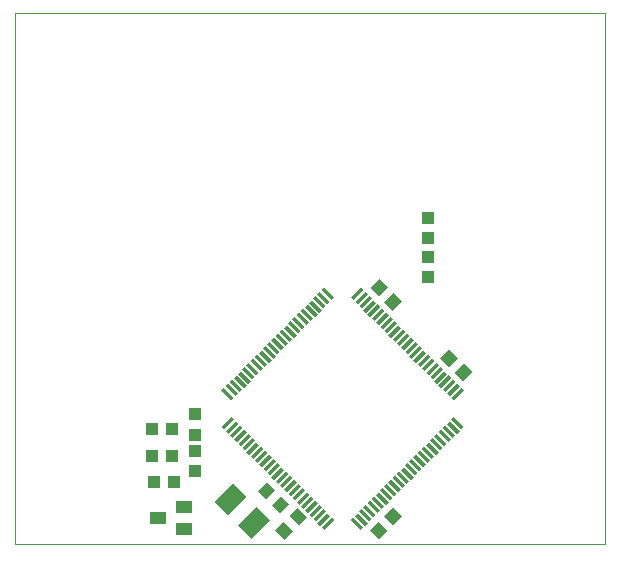
<source format=gbp>
G75*
%MOIN*%
%OFA0B0*%
%FSLAX25Y25*%
%IPPOS*%
%LPD*%
%AMOC8*
5,1,8,0,0,1.08239X$1,22.5*
%
%ADD10C,0.00000*%
%ADD11R,0.03937X0.04331*%
%ADD12R,0.04331X0.03937*%
%ADD13R,0.06299X0.08661*%
%ADD14R,0.04724X0.01260*%
%ADD15R,0.01260X0.04724*%
%ADD16R,0.05512X0.03937*%
D10*
X0008340Y0016382D02*
X0008340Y0193548D01*
X0205190Y0193548D01*
X0205190Y0016382D01*
X0008340Y0016382D01*
D11*
X0054600Y0037052D03*
X0061293Y0037052D03*
X0060899Y0045910D03*
X0054206Y0045910D03*
X0054206Y0054768D03*
X0060899Y0054768D03*
G36*
X0092347Y0037222D02*
X0095130Y0034439D01*
X0092069Y0031378D01*
X0089286Y0034161D01*
X0092347Y0037222D01*
G37*
G36*
X0097080Y0032489D02*
X0099863Y0029706D01*
X0096802Y0026645D01*
X0094019Y0029428D01*
X0097080Y0032489D01*
G37*
G36*
X0105740Y0025514D02*
X0102957Y0022731D01*
X0099896Y0025792D01*
X0102679Y0028575D01*
X0105740Y0025514D01*
G37*
G36*
X0101008Y0020781D02*
X0098225Y0017998D01*
X0095164Y0021059D01*
X0097947Y0023842D01*
X0101008Y0020781D01*
G37*
G36*
X0126765Y0021178D02*
X0129548Y0023961D01*
X0132609Y0020900D01*
X0129826Y0018117D01*
X0126765Y0021178D01*
G37*
G36*
X0131498Y0025911D02*
X0134281Y0028694D01*
X0137342Y0025633D01*
X0134559Y0022850D01*
X0131498Y0025911D01*
G37*
G36*
X0157692Y0070845D02*
X0154909Y0073628D01*
X0157970Y0076689D01*
X0160753Y0073906D01*
X0157692Y0070845D01*
G37*
G36*
X0152959Y0075578D02*
X0150176Y0078361D01*
X0153237Y0081422D01*
X0156020Y0078639D01*
X0152959Y0075578D01*
G37*
G36*
X0134358Y0094334D02*
X0131575Y0097117D01*
X0134636Y0100178D01*
X0137419Y0097395D01*
X0134358Y0094334D01*
G37*
G36*
X0129626Y0099066D02*
X0126843Y0101849D01*
X0129904Y0104910D01*
X0132687Y0102127D01*
X0129626Y0099066D01*
G37*
D12*
X0146135Y0105556D03*
X0146135Y0112249D03*
X0146135Y0118351D03*
X0146135Y0125044D03*
X0068379Y0059690D03*
X0068379Y0052997D03*
X0068379Y0047485D03*
X0068379Y0040792D03*
D13*
G36*
X0081156Y0036697D02*
X0085609Y0032244D01*
X0079486Y0026121D01*
X0075033Y0030574D01*
X0081156Y0036697D01*
G37*
G36*
X0088951Y0028902D02*
X0093404Y0024449D01*
X0087281Y0018326D01*
X0082828Y0022779D01*
X0088951Y0028902D01*
G37*
D14*
G36*
X0099524Y0039915D02*
X0096185Y0036576D01*
X0095294Y0037467D01*
X0098633Y0040806D01*
X0099524Y0039915D01*
G37*
G36*
X0100916Y0038523D02*
X0097577Y0035184D01*
X0096686Y0036075D01*
X0100025Y0039414D01*
X0100916Y0038523D01*
G37*
G36*
X0102308Y0037131D02*
X0098969Y0033792D01*
X0098078Y0034683D01*
X0101417Y0038022D01*
X0102308Y0037131D01*
G37*
G36*
X0103700Y0035739D02*
X0100361Y0032400D01*
X0099470Y0033291D01*
X0102809Y0036630D01*
X0103700Y0035739D01*
G37*
G36*
X0105091Y0034347D02*
X0101752Y0031008D01*
X0100861Y0031899D01*
X0104200Y0035238D01*
X0105091Y0034347D01*
G37*
G36*
X0106483Y0032955D02*
X0103144Y0029616D01*
X0102253Y0030507D01*
X0105592Y0033846D01*
X0106483Y0032955D01*
G37*
G36*
X0107875Y0031563D02*
X0104536Y0028224D01*
X0103645Y0029115D01*
X0106984Y0032454D01*
X0107875Y0031563D01*
G37*
G36*
X0109267Y0030171D02*
X0105928Y0026832D01*
X0105037Y0027723D01*
X0108376Y0031062D01*
X0109267Y0030171D01*
G37*
G36*
X0110659Y0028779D02*
X0107320Y0025440D01*
X0106429Y0026331D01*
X0109768Y0029670D01*
X0110659Y0028779D01*
G37*
G36*
X0112051Y0027387D02*
X0108712Y0024048D01*
X0107821Y0024939D01*
X0111160Y0028278D01*
X0112051Y0027387D01*
G37*
G36*
X0113443Y0025996D02*
X0110104Y0022657D01*
X0109213Y0023548D01*
X0112552Y0026887D01*
X0113443Y0025996D01*
G37*
G36*
X0114835Y0024604D02*
X0111496Y0021265D01*
X0110605Y0022156D01*
X0113944Y0025495D01*
X0114835Y0024604D01*
G37*
G36*
X0098132Y0041307D02*
X0094793Y0037968D01*
X0093902Y0038859D01*
X0097241Y0042198D01*
X0098132Y0041307D01*
G37*
G36*
X0096740Y0042699D02*
X0093401Y0039360D01*
X0092510Y0040251D01*
X0095849Y0043590D01*
X0096740Y0042699D01*
G37*
G36*
X0095348Y0044091D02*
X0092009Y0040752D01*
X0091118Y0041643D01*
X0094457Y0044982D01*
X0095348Y0044091D01*
G37*
G36*
X0093956Y0045483D02*
X0090617Y0042144D01*
X0089726Y0043035D01*
X0093065Y0046374D01*
X0093956Y0045483D01*
G37*
G36*
X0092564Y0046875D02*
X0089225Y0043536D01*
X0088334Y0044427D01*
X0091673Y0047766D01*
X0092564Y0046875D01*
G37*
G36*
X0091172Y0048267D02*
X0087833Y0044928D01*
X0086942Y0045819D01*
X0090281Y0049158D01*
X0091172Y0048267D01*
G37*
G36*
X0089780Y0049659D02*
X0086441Y0046320D01*
X0085550Y0047211D01*
X0088889Y0050550D01*
X0089780Y0049659D01*
G37*
G36*
X0088388Y0051051D02*
X0085049Y0047712D01*
X0084158Y0048603D01*
X0087497Y0051942D01*
X0088388Y0051051D01*
G37*
G36*
X0086996Y0052442D02*
X0083657Y0049103D01*
X0082766Y0049994D01*
X0086105Y0053333D01*
X0086996Y0052442D01*
G37*
G36*
X0085604Y0053834D02*
X0082265Y0050495D01*
X0081374Y0051386D01*
X0084713Y0054725D01*
X0085604Y0053834D01*
G37*
G36*
X0084212Y0055226D02*
X0080873Y0051887D01*
X0079982Y0052778D01*
X0083321Y0056117D01*
X0084212Y0055226D01*
G37*
G36*
X0082820Y0056618D02*
X0079481Y0053279D01*
X0078590Y0054170D01*
X0081929Y0057509D01*
X0082820Y0056618D01*
G37*
G36*
X0081428Y0058010D02*
X0078089Y0054671D01*
X0077198Y0055562D01*
X0080537Y0058901D01*
X0081428Y0058010D01*
G37*
G36*
X0124579Y0101160D02*
X0121240Y0097821D01*
X0120349Y0098712D01*
X0123688Y0102051D01*
X0124579Y0101160D01*
G37*
G36*
X0125971Y0099769D02*
X0122632Y0096430D01*
X0121741Y0097321D01*
X0125080Y0100660D01*
X0125971Y0099769D01*
G37*
G36*
X0127363Y0098377D02*
X0124024Y0095038D01*
X0123133Y0095929D01*
X0126472Y0099268D01*
X0127363Y0098377D01*
G37*
G36*
X0128754Y0096985D02*
X0125415Y0093646D01*
X0124524Y0094537D01*
X0127863Y0097876D01*
X0128754Y0096985D01*
G37*
G36*
X0130146Y0095593D02*
X0126807Y0092254D01*
X0125916Y0093145D01*
X0129255Y0096484D01*
X0130146Y0095593D01*
G37*
G36*
X0131538Y0094201D02*
X0128199Y0090862D01*
X0127308Y0091753D01*
X0130647Y0095092D01*
X0131538Y0094201D01*
G37*
G36*
X0132930Y0092809D02*
X0129591Y0089470D01*
X0128700Y0090361D01*
X0132039Y0093700D01*
X0132930Y0092809D01*
G37*
G36*
X0134322Y0091417D02*
X0130983Y0088078D01*
X0130092Y0088969D01*
X0133431Y0092308D01*
X0134322Y0091417D01*
G37*
G36*
X0135714Y0090025D02*
X0132375Y0086686D01*
X0131484Y0087577D01*
X0134823Y0090916D01*
X0135714Y0090025D01*
G37*
G36*
X0137106Y0088633D02*
X0133767Y0085294D01*
X0132876Y0086185D01*
X0136215Y0089524D01*
X0137106Y0088633D01*
G37*
G36*
X0138498Y0087241D02*
X0135159Y0083902D01*
X0134268Y0084793D01*
X0137607Y0088132D01*
X0138498Y0087241D01*
G37*
G36*
X0139890Y0085849D02*
X0136551Y0082510D01*
X0135660Y0083401D01*
X0138999Y0086740D01*
X0139890Y0085849D01*
G37*
G36*
X0141282Y0084457D02*
X0137943Y0081118D01*
X0137052Y0082009D01*
X0140391Y0085348D01*
X0141282Y0084457D01*
G37*
G36*
X0142674Y0083065D02*
X0139335Y0079726D01*
X0138444Y0080617D01*
X0141783Y0083956D01*
X0142674Y0083065D01*
G37*
G36*
X0144066Y0081673D02*
X0140727Y0078334D01*
X0139836Y0079225D01*
X0143175Y0082564D01*
X0144066Y0081673D01*
G37*
G36*
X0145458Y0080281D02*
X0142119Y0076942D01*
X0141228Y0077833D01*
X0144567Y0081172D01*
X0145458Y0080281D01*
G37*
G36*
X0146850Y0078889D02*
X0143511Y0075550D01*
X0142620Y0076441D01*
X0145959Y0079780D01*
X0146850Y0078889D01*
G37*
G36*
X0148242Y0077497D02*
X0144903Y0074158D01*
X0144012Y0075049D01*
X0147351Y0078388D01*
X0148242Y0077497D01*
G37*
G36*
X0149634Y0076105D02*
X0146295Y0072766D01*
X0145404Y0073657D01*
X0148743Y0076996D01*
X0149634Y0076105D01*
G37*
G36*
X0151026Y0074714D02*
X0147687Y0071375D01*
X0146796Y0072266D01*
X0150135Y0075605D01*
X0151026Y0074714D01*
G37*
G36*
X0152418Y0073322D02*
X0149079Y0069983D01*
X0148188Y0070874D01*
X0151527Y0074213D01*
X0152418Y0073322D01*
G37*
G36*
X0153809Y0071930D02*
X0150470Y0068591D01*
X0149579Y0069482D01*
X0152918Y0072821D01*
X0153809Y0071930D01*
G37*
G36*
X0155201Y0070538D02*
X0151862Y0067199D01*
X0150971Y0068090D01*
X0154310Y0071429D01*
X0155201Y0070538D01*
G37*
G36*
X0156593Y0069146D02*
X0153254Y0065807D01*
X0152363Y0066698D01*
X0155702Y0070037D01*
X0156593Y0069146D01*
G37*
G36*
X0157985Y0067754D02*
X0154646Y0064415D01*
X0153755Y0065306D01*
X0157094Y0068645D01*
X0157985Y0067754D01*
G37*
D15*
G36*
X0157985Y0055562D02*
X0157094Y0054671D01*
X0153755Y0058010D01*
X0154646Y0058901D01*
X0157985Y0055562D01*
G37*
G36*
X0156593Y0054170D02*
X0155702Y0053279D01*
X0152363Y0056618D01*
X0153254Y0057509D01*
X0156593Y0054170D01*
G37*
G36*
X0155201Y0052778D02*
X0154310Y0051887D01*
X0150971Y0055226D01*
X0151862Y0056117D01*
X0155201Y0052778D01*
G37*
G36*
X0153809Y0051386D02*
X0152918Y0050495D01*
X0149579Y0053834D01*
X0150470Y0054725D01*
X0153809Y0051386D01*
G37*
G36*
X0152418Y0049994D02*
X0151527Y0049103D01*
X0148188Y0052442D01*
X0149079Y0053333D01*
X0152418Y0049994D01*
G37*
G36*
X0151026Y0048603D02*
X0150135Y0047712D01*
X0146796Y0051051D01*
X0147687Y0051942D01*
X0151026Y0048603D01*
G37*
G36*
X0149634Y0047211D02*
X0148743Y0046320D01*
X0145404Y0049659D01*
X0146295Y0050550D01*
X0149634Y0047211D01*
G37*
G36*
X0148242Y0045819D02*
X0147351Y0044928D01*
X0144012Y0048267D01*
X0144903Y0049158D01*
X0148242Y0045819D01*
G37*
G36*
X0146850Y0044427D02*
X0145959Y0043536D01*
X0142620Y0046875D01*
X0143511Y0047766D01*
X0146850Y0044427D01*
G37*
G36*
X0145458Y0043035D02*
X0144567Y0042144D01*
X0141228Y0045483D01*
X0142119Y0046374D01*
X0145458Y0043035D01*
G37*
G36*
X0144066Y0041643D02*
X0143175Y0040752D01*
X0139836Y0044091D01*
X0140727Y0044982D01*
X0144066Y0041643D01*
G37*
G36*
X0142674Y0040251D02*
X0141783Y0039360D01*
X0138444Y0042699D01*
X0139335Y0043590D01*
X0142674Y0040251D01*
G37*
G36*
X0141282Y0038859D02*
X0140391Y0037968D01*
X0137052Y0041307D01*
X0137943Y0042198D01*
X0141282Y0038859D01*
G37*
G36*
X0139890Y0037467D02*
X0138999Y0036576D01*
X0135660Y0039915D01*
X0136551Y0040806D01*
X0139890Y0037467D01*
G37*
G36*
X0138498Y0036075D02*
X0137607Y0035184D01*
X0134268Y0038523D01*
X0135159Y0039414D01*
X0138498Y0036075D01*
G37*
G36*
X0137106Y0034683D02*
X0136215Y0033792D01*
X0132876Y0037131D01*
X0133767Y0038022D01*
X0137106Y0034683D01*
G37*
G36*
X0135714Y0033291D02*
X0134823Y0032400D01*
X0131484Y0035739D01*
X0132375Y0036630D01*
X0135714Y0033291D01*
G37*
G36*
X0134322Y0031899D02*
X0133431Y0031008D01*
X0130092Y0034347D01*
X0130983Y0035238D01*
X0134322Y0031899D01*
G37*
G36*
X0132930Y0030507D02*
X0132039Y0029616D01*
X0128700Y0032955D01*
X0129591Y0033846D01*
X0132930Y0030507D01*
G37*
G36*
X0131538Y0029115D02*
X0130647Y0028224D01*
X0127308Y0031563D01*
X0128199Y0032454D01*
X0131538Y0029115D01*
G37*
G36*
X0130146Y0027723D02*
X0129255Y0026832D01*
X0125916Y0030171D01*
X0126807Y0031062D01*
X0130146Y0027723D01*
G37*
G36*
X0128754Y0026331D02*
X0127863Y0025440D01*
X0124524Y0028779D01*
X0125415Y0029670D01*
X0128754Y0026331D01*
G37*
G36*
X0127363Y0024939D02*
X0126472Y0024048D01*
X0123133Y0027387D01*
X0124024Y0028278D01*
X0127363Y0024939D01*
G37*
G36*
X0125971Y0023548D02*
X0125080Y0022657D01*
X0121741Y0025996D01*
X0122632Y0026887D01*
X0125971Y0023548D01*
G37*
G36*
X0124579Y0022156D02*
X0123688Y0021265D01*
X0120349Y0024604D01*
X0121240Y0025495D01*
X0124579Y0022156D01*
G37*
G36*
X0081428Y0065306D02*
X0080537Y0064415D01*
X0077198Y0067754D01*
X0078089Y0068645D01*
X0081428Y0065306D01*
G37*
G36*
X0082820Y0066698D02*
X0081929Y0065807D01*
X0078590Y0069146D01*
X0079481Y0070037D01*
X0082820Y0066698D01*
G37*
G36*
X0084212Y0068090D02*
X0083321Y0067199D01*
X0079982Y0070538D01*
X0080873Y0071429D01*
X0084212Y0068090D01*
G37*
G36*
X0085604Y0069482D02*
X0084713Y0068591D01*
X0081374Y0071930D01*
X0082265Y0072821D01*
X0085604Y0069482D01*
G37*
G36*
X0086996Y0070874D02*
X0086105Y0069983D01*
X0082766Y0073322D01*
X0083657Y0074213D01*
X0086996Y0070874D01*
G37*
G36*
X0088388Y0072266D02*
X0087497Y0071375D01*
X0084158Y0074714D01*
X0085049Y0075605D01*
X0088388Y0072266D01*
G37*
G36*
X0089780Y0073657D02*
X0088889Y0072766D01*
X0085550Y0076105D01*
X0086441Y0076996D01*
X0089780Y0073657D01*
G37*
G36*
X0091172Y0075049D02*
X0090281Y0074158D01*
X0086942Y0077497D01*
X0087833Y0078388D01*
X0091172Y0075049D01*
G37*
G36*
X0092564Y0076441D02*
X0091673Y0075550D01*
X0088334Y0078889D01*
X0089225Y0079780D01*
X0092564Y0076441D01*
G37*
G36*
X0093956Y0077833D02*
X0093065Y0076942D01*
X0089726Y0080281D01*
X0090617Y0081172D01*
X0093956Y0077833D01*
G37*
G36*
X0095348Y0079225D02*
X0094457Y0078334D01*
X0091118Y0081673D01*
X0092009Y0082564D01*
X0095348Y0079225D01*
G37*
G36*
X0096740Y0080617D02*
X0095849Y0079726D01*
X0092510Y0083065D01*
X0093401Y0083956D01*
X0096740Y0080617D01*
G37*
G36*
X0098132Y0082009D02*
X0097241Y0081118D01*
X0093902Y0084457D01*
X0094793Y0085348D01*
X0098132Y0082009D01*
G37*
G36*
X0099524Y0083401D02*
X0098633Y0082510D01*
X0095294Y0085849D01*
X0096185Y0086740D01*
X0099524Y0083401D01*
G37*
G36*
X0100916Y0084793D02*
X0100025Y0083902D01*
X0096686Y0087241D01*
X0097577Y0088132D01*
X0100916Y0084793D01*
G37*
G36*
X0102308Y0086185D02*
X0101417Y0085294D01*
X0098078Y0088633D01*
X0098969Y0089524D01*
X0102308Y0086185D01*
G37*
G36*
X0103700Y0087577D02*
X0102809Y0086686D01*
X0099470Y0090025D01*
X0100361Y0090916D01*
X0103700Y0087577D01*
G37*
G36*
X0105091Y0088969D02*
X0104200Y0088078D01*
X0100861Y0091417D01*
X0101752Y0092308D01*
X0105091Y0088969D01*
G37*
G36*
X0106483Y0090361D02*
X0105592Y0089470D01*
X0102253Y0092809D01*
X0103144Y0093700D01*
X0106483Y0090361D01*
G37*
G36*
X0107875Y0091753D02*
X0106984Y0090862D01*
X0103645Y0094201D01*
X0104536Y0095092D01*
X0107875Y0091753D01*
G37*
G36*
X0109267Y0093145D02*
X0108376Y0092254D01*
X0105037Y0095593D01*
X0105928Y0096484D01*
X0109267Y0093145D01*
G37*
G36*
X0110659Y0094537D02*
X0109768Y0093646D01*
X0106429Y0096985D01*
X0107320Y0097876D01*
X0110659Y0094537D01*
G37*
G36*
X0112051Y0095929D02*
X0111160Y0095038D01*
X0107821Y0098377D01*
X0108712Y0099268D01*
X0112051Y0095929D01*
G37*
G36*
X0113443Y0097321D02*
X0112552Y0096430D01*
X0109213Y0099769D01*
X0110104Y0100660D01*
X0113443Y0097321D01*
G37*
G36*
X0114835Y0098712D02*
X0113944Y0097821D01*
X0110605Y0101160D01*
X0111496Y0102051D01*
X0114835Y0098712D01*
G37*
D16*
X0064836Y0028981D03*
X0064836Y0021501D03*
X0056175Y0025241D03*
M02*

</source>
